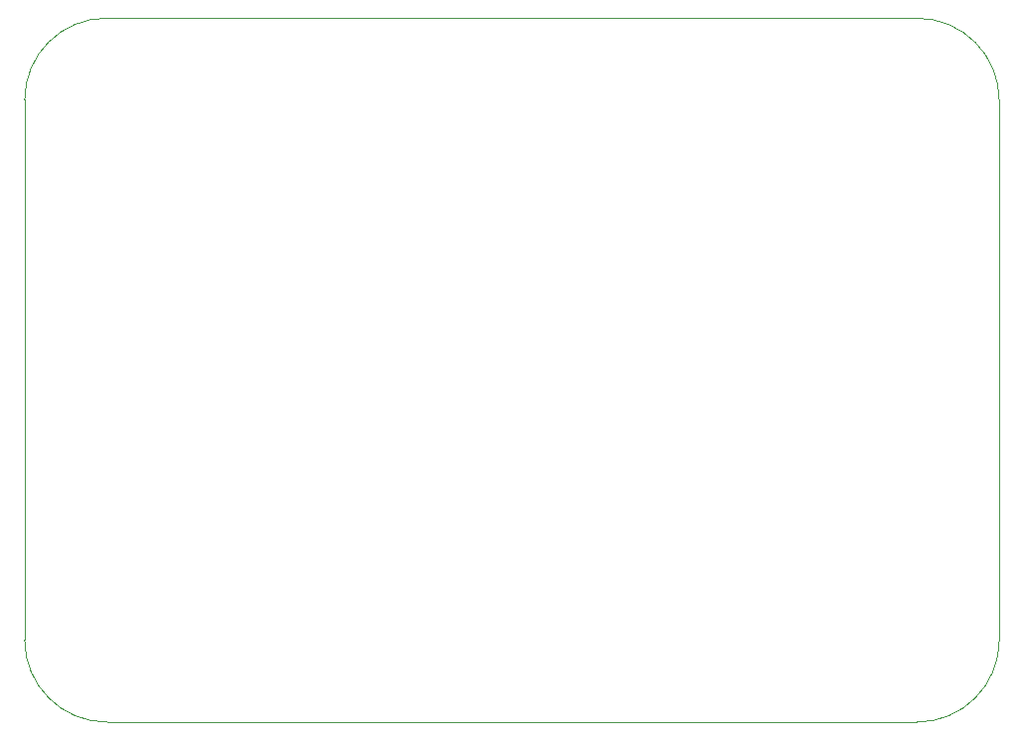
<source format=gbr>
%TF.GenerationSoftware,KiCad,Pcbnew,8.0.4*%
%TF.CreationDate,2024-09-29T14:35:45-05:00*%
%TF.ProjectId,KiCad-Pi-Pico,4b694361-642d-4506-992d-5069636f2e6b,1.0*%
%TF.SameCoordinates,Original*%
%TF.FileFunction,Profile,NP*%
%FSLAX46Y46*%
G04 Gerber Fmt 4.6, Leading zero omitted, Abs format (unit mm)*
G04 Created by KiCad (PCBNEW 8.0.4) date 2024-09-29 14:35:45*
%MOMM*%
%LPD*%
G01*
G04 APERTURE LIST*
%TA.AperFunction,Profile*%
%ADD10C,0.050000*%
%TD*%
G04 APERTURE END LIST*
D10*
X180000000Y-123000000D02*
G75*
G02*
X173000000Y-130000000I-7000000J0D01*
G01*
X173000000Y-70000000D02*
X103949750Y-70000000D01*
X173000000Y-130000000D02*
X104000000Y-130000000D01*
X104000000Y-130000000D02*
G75*
G02*
X97000000Y-123000000I0J7000000D01*
G01*
X97000000Y-76949750D02*
X97000000Y-123000000D01*
X173000000Y-70000000D02*
G75*
G02*
X180000000Y-77000000I0J-7000000D01*
G01*
X97000000Y-76949750D02*
G75*
G02*
X103949750Y-70000000I6949750J0D01*
G01*
X180000000Y-77000000D02*
X180000000Y-123000000D01*
M02*

</source>
